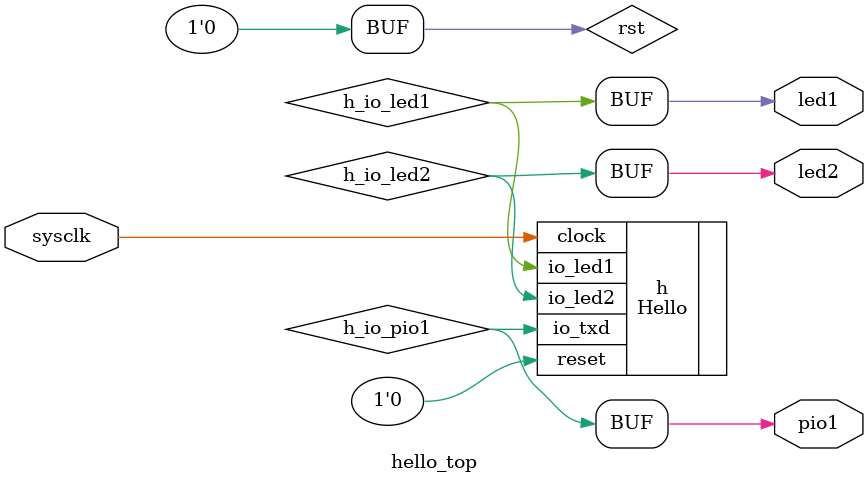
<source format=v>
module hello_top(input sysclk, output led1, output led2, output pio1);
  wire h_io_led1;
  wire h_io_led2;
  wire h_io_pio1;

  wire rst;

  assign led1 = h_io_led1;
  assign led2 = h_io_led2;
  assign pio1 = h_io_pio1;

  assign rst = 1'h0;

  Hello h(
       .clock(sysclk),
       .reset(rst),
       .io_led1( h_io_led1 ),
       .io_led2( h_io_led2 ),
       .io_txd( h_io_pio1 ));
endmodule

</source>
